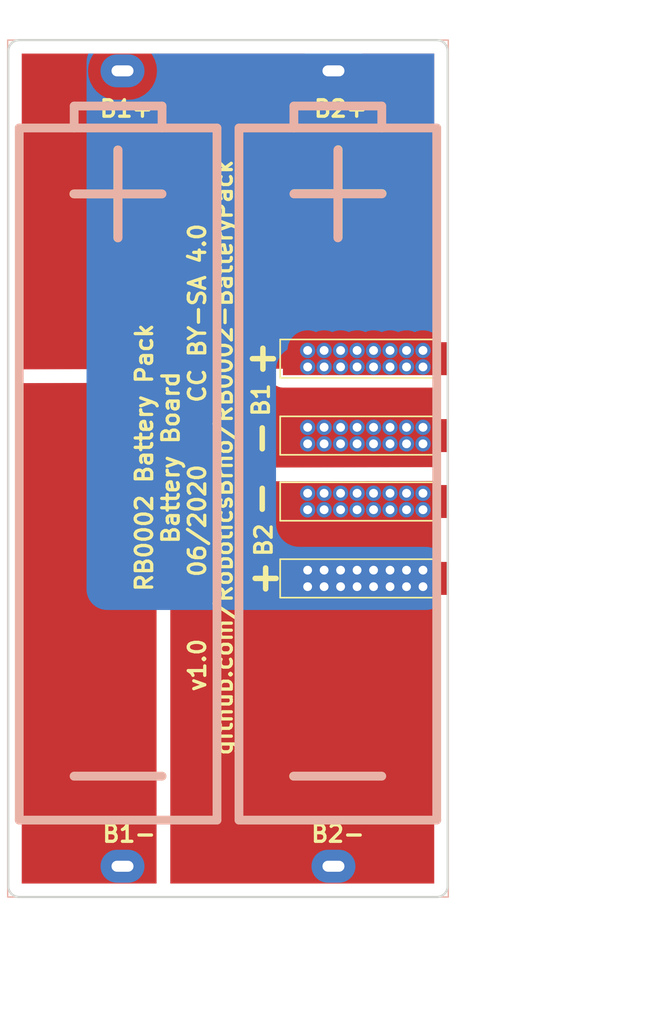
<source format=kicad_pcb>
(kicad_pcb (version 20240108) (generator "pcbnew") (generator_version "8.0")
  (title_block (title "Battery"))
  (layers (0 "F.Cu" signal) (31 "B.Cu" signal) (34 "B.Paste" user) (35 "F.Paste" user) (36 "B.SilkS" user "B.Silkscreen") (37 "F.SilkS" user "F.Silkscreen") (38 "B.Mask" user) (39 "F.Mask" user) (44 "Edge.Cuts" user))
  (net 0 "")
  (net 1 "/BP_B2+")
  (net 2 "/BP_B2-")
  (net 3 "/BP_B1-")
  (net 4 "/BP_B1+")
  (footprint "batteryPack:2mm_Banana-Socket" (layer "F.Cu") (at 158.5 114.5 -90)
    (property "Reference" "J9" (hide yes))
    (property "Value" "B2+")
    (fp_line (start -1.75 15.25) (end 1.75 15.25) (stroke (width 0.15)) (layer "F.SilkS"))
    (fp_line (start 1.75 15.25) (end 1.75 1) (stroke (width 0.15)) (layer "F.SilkS"))
    (fp_line (start -1.75 1) (end -1.75 15.25) (stroke (width 0.15)) (layer "F.SilkS"))
    (pad "1" smd rect (at 0 7.5 270) (size 3 15) (layers "F.Cu" "F.Paste" "F.Mask") (net 1 "/BP_B2+"))
  )
  (footprint "batteryPack:2mm_Banana-Socket" (layer "F.Cu") (at 158.5 94.5 -90)
    (property "Reference" "J10" (hide yes))
    (property "Value" "B1+")
    (fp_line (start -1.75 15.25) (end 1.75 15.25) (stroke (width 0.15)) (layer "F.SilkS"))
    (fp_line (start 1.75 15.25) (end 1.75 1) (stroke (width 0.15)) (layer "F.SilkS"))
    (fp_line (start -1.75 1) (end -1.75 15.25) (stroke (width 0.15)) (layer "F.SilkS"))
    (pad "1" smd rect (at 0 7.5 270) (size 3 15) (layers "F.Cu" "F.Paste" "F.Mask") (net 4 "/BP_B1+"))
  )
  (footprint "batteryPack:2mm_Banana-Socket" (layer "F.Cu") (at 158.5 101.5 -90)
    (property "Reference" "J11" (hide yes))
    (property "Value" "B1-")
    (fp_line (start -1.75 15.25) (end 1.75 15.25) (stroke (width 0.15)) (layer "F.SilkS"))
    (fp_line (start 1.75 15.25) (end 1.75 1) (stroke (width 0.15)) (layer "F.SilkS"))
    (fp_line (start -1.75 1) (end -1.75 15.25) (stroke (width 0.15)) (layer "F.SilkS"))
    (pad "1" smd rect (at 0 7.5 270) (size 3 15) (layers "F.Cu" "F.Paste" "F.Mask") (net 3 "/BP_B1-"))
  )
  (footprint "batteryPack:2mm_Banana-Socket" (layer "F.Cu") (at 158.5 107.5 -90)
    (property "Reference" "J12" (hide yes))
    (property "Value" "B2-")
    (fp_line (start -1.75 15.25) (end 1.75 15.25) (stroke (width 0.15)) (layer "F.SilkS"))
    (fp_line (start 1.75 15.25) (end 1.75 1) (stroke (width 0.15)) (layer "F.SilkS"))
    (fp_line (start -1.75 1) (end -1.75 15.25) (stroke (width 0.15)) (layer "F.SilkS"))
    (pad "1" smd rect (at 0 7.5 270) (size 3 15) (layers "F.Cu" "F.Paste" "F.Mask") (net 2 "/BP_B2-"))
  )
  (footprint "BAT_BK-18650-PC4" (layer "B.Cu") (at 138.5 104.5 -90)
    (property "Reference" "BT1" (hide yes))
    (property "Value" "BK-18650-PC4")
    (fp_line (start -39 20.05) (end 39 20.05) (stroke (width 0.127)) (layer "B.SilkS"))
    (fp_line (start 39 20.05) (end 39 -20.05) (stroke (width 0.127)) (layer "B.SilkS"))
    (fp_line (start -39 -20.05) (end -39 20.05) (stroke (width 0.127)) (layer "B.SilkS"))
    (fp_line (start 39 -20.05) (end -39 -20.05) (stroke (width 0.127)) (layer "B.SilkS"))
    (pad "1" thru_hole oval (at 36.2 9.6 270) (size 3 4) (drill oval 1 2) (layers "*.Cu" "*.Mask") (net 3 "/BP_B1-"))
    (pad "1+" thru_hole oval (at -36.2 9.6 270) (size 3 4) (drill oval 1 2) (layers "*.Cu" "*.Mask") (net 4 "/BP_B1+"))
    (pad "2" thru_hole oval (at 36.2 -9.6 270) (size 3 4) (drill oval 1 2) (layers "*.Cu" "*.Mask") (net 2 "/BP_B2-"))
    (pad "2+" thru_hole oval (at -36.2 -9.6 270) (size 3 4) (drill oval 1 2) (layers "*.Cu" "*.Mask") (net 1 "/BP_B2+"))
  )
  (gr_line (start 157.5 73.5) (end 157.5 136.5) (stroke (width 0.8)) (layer "B.SilkS"))
  (gr_line (start 144.5 79.5) (end 152.5 79.5) (stroke (width 0.8)) (layer "B.SilkS"))
  (gr_line (start 152.5 71.5) (end 152.5 73.5) (stroke (width 0.8)) (layer "B.SilkS"))
  (gr_line (start 148.5 75.5) (end 148.5 83.5) (stroke (width 0.8)) (layer "B.SilkS"))
  (gr_line (start 144.5 71.5) (end 152.5 71.5) (stroke (width 0.8)) (layer "B.SilkS"))
  (gr_line (start 144.5 73.5) (end 144.5 71.5) (stroke (width 0.8)) (layer "B.SilkS"))
  (gr_line (start 139.5 136.5) (end 139.5 73.5) (stroke (width 0.8)) (layer "B.SilkS"))
  (gr_line (start 157.5 136.5) (end 139.5 136.5) (stroke (width 0.8)) (layer "B.SilkS"))
  (gr_line (start 139.5 73.5) (end 157.5 73.5) (stroke (width 0.8)) (layer "B.SilkS"))
  (gr_line (start 144.5 132.5) (end 152.5 132.5) (stroke (width 0.8)) (layer "B.SilkS"))
  (gr_line (start 124.5 79.5) (end 132.5 79.5) (stroke (width 0.8)) (layer "B.SilkS"))
  (gr_line (start 128.5 75.5) (end 128.5 83.5) (stroke (width 0.8)) (layer "B.SilkS"))
  (gr_line (start 119.5 73.5) (end 137.5 73.5) (stroke (width 0.8)) (layer "B.SilkS"))
  (gr_line (start 124.5 71.5) (end 132.5 71.5) (stroke (width 0.8)) (layer "B.SilkS"))
  (gr_line (start 119.5 136.5) (end 119.5 73.5) (stroke (width 0.8)) (layer "B.SilkS"))
  (gr_line (start 137.5 73.5) (end 137.5 136.5) (stroke (width 0.8)) (layer "B.SilkS"))
  (gr_line (start 137.5 136.5) (end 119.5 136.5) (stroke (width 0.8)) (layer "B.SilkS"))
  (gr_line (start 124.5 132.5) (end 132.5 132.5) (stroke (width 0.8)) (layer "B.SilkS"))
  (gr_line (start 132.5 71.5) (end 132.5 73.5) (stroke (width 0.8)) (layer "B.SilkS"))
  (gr_line (start 124.5 73.5) (end 124.5 71.5) (stroke (width 0.8)) (layer "B.SilkS"))
  (gr_line (start 124.475 79.5) (end 132.475 79.5) (stroke (width 0.8)) (layer "F.SilkS"))
  (gr_line (start 128.475 83.5) (end 128.475 75.5) (stroke (width 0.8)) (layer "F.SilkS"))
  (gr_line (start 148.525 83.475) (end 148.525 75.475) (stroke (width 0.8)) (layer "F.SilkS"))
  (gr_line (start 144.525 79.475) (end 152.525 79.475) (stroke (width 0.8)) (layer "F.SilkS"))
  (gr_line (start 144.475 132.5) (end 152.475 132.5) (stroke (width 0.8)) (layer "F.SilkS"))
  (gr_line (start 124.5 132.5) (end 132.5 132.5) (stroke (width 0.8)) (layer "F.SilkS"))
  (gr_arc (start 119.5 143.5) (mid 118.792893 143.207107) (end 118.5 142.5) (stroke (width 0.2)) (layer "Edge.Cuts"))
  (gr_arc (start 118.5 66.5) (mid 118.792893 65.792893) (end 119.5 65.5) (stroke (width 0.2)) (layer "Edge.Cuts"))
  (gr_arc (start 157.5 65.5) (mid 158.207107 65.792893) (end 158.5 66.5) (stroke (width 0.2)) (layer "Edge.Cuts"))
  (gr_line (start 157.5 65.5) (end 119.5 65.5) (stroke (width 0.2)) (layer "Edge.Cuts"))
  (gr_line (start 119.5 143.5) (end 157.5 143.5) (stroke (width 0.2)) (layer "Edge.Cuts"))
  (gr_arc (start 158.5 142.5) (mid 158.207107 143.207107) (end 157.5 143.5) (stroke (width 0.2)) (layer "Edge.Cuts"))
  (gr_line (start 158.5 66.5) (end 158.5 142.5) (stroke (width 0.2)) (layer "Edge.Cuts"))
  (gr_line (start 118.5 66.5) (end 118.5 142.5) (stroke (width 0.2)) (layer "Edge.Cuts"))
  (gr_text "+" (at 141.5 94.5 90) (layer "F.SilkS") (effects (font (size 2.5 2.5) (thickness 0.5))))
  (gr_text "_" (at 140.25 101.75 90) (layer "F.SilkS") (effects (font (size 2.5 2.5) (thickness 0.5))))
  (gr_text "_" (at 140.25 107.25 90) (layer "F.SilkS") (effects (font (size 2.5 2.5) (thickness 0.5))))
  (gr_text "+" (at 141.75 114.5 90) (layer "F.SilkS") (effects (font (size 2.5 2.5) (thickness 0.5))))
  (gr_text "B2" (at 141.75 111 90) (layer "F.SilkS") (effects (font (size 1.5 1.5) (thickness 0.3))))
  (gr_text "B1" (at 141.5 98.25 90) (layer "F.SilkS") (effects (font (size 1.5 1.5) (thickness 0.3))))
  (gr_text "B2+" (at 148.75 71.75 0) (layer "F.SilkS") (effects (font (size 1.5 1.5) (thickness 0.3))))
  (gr_text "B2-" (at 148.5 137.75 0) (layer "F.SilkS") (effects (font (size 1.5 1.5) (thickness 0.3))))
  (gr_text "B1-" (at 129.5 137.75 0) (layer "F.SilkS") (effects (font (size 1.5 1.5) (thickness 0.3))))
  (gr_text "B1+" (at 129.25 71.75 0) (layer "F.SilkS") (effects (font (size 1.5 1.5) (thickness 0.3))))
  (gr_text "RB0002 Battery Pack\nBattery Board\nv1.0     06/2020     CC BY-SA 4.0\ngithub.com/RoboticsBrno/RB0002-BatteryPack" (at 134.5 103.5 90) (layer "F.SilkS") (effects (font (size 1.5 1.5) (thickness 0.3))))
  (via (at 156.25 113.75) (size 1.4) (drill 0.8) (layers "F.Cu" "B.Cu") (net 1))
  (via (at 156.25 115.25) (size 1.4) (drill 0.8) (layers "F.Cu" "B.Cu") (net 1))
  (via (at 153.25 115.25) (size 1.4) (drill 0.8) (layers "F.Cu" "B.Cu") (net 1))
  (via (at 153.25 113.75) (size 1.4) (drill 0.8) (layers "F.Cu" "B.Cu") (net 1))
  (via (at 154.75 113.75) (size 1.4) (drill 0.8) (layers "F.Cu" "B.Cu") (net 1))
  (via (at 154.75 115.25) (size 1.4) (drill 0.8) (layers "F.Cu" "B.Cu") (net 1))
  (via (at 151.75 113.75) (size 1.4) (drill 0.8) (layers "F.Cu" "B.Cu") (net 1))
  (via (at 150.25 113.75) (size 1.4) (drill 0.8) (layers "F.Cu" "B.Cu") (net 1))
  (via (at 151.75 115.25) (size 1.4) (drill 0.8) (layers "F.Cu" "B.Cu") (net 1))
  (via (at 150.25 115.25) (size 1.4) (drill 0.8) (layers "F.Cu" "B.Cu") (net 1))
  (via (at 148.75 115.25) (size 1.4) (drill 0.8) (layers "F.Cu" "B.Cu") (net 1))
  (via (at 148.75 113.75) (size 1.4) (drill 0.8) (layers "F.Cu" "B.Cu") (net 1))
  (via (at 147.25 113.75) (size 1.4) (drill 0.8) (layers "F.Cu" "B.Cu") (net 1))
  (via (at 147.25 115.25) (size 1.4) (drill 0.8) (layers "F.Cu" "B.Cu") (net 1))
  (via (at 145.75 113.75) (size 1.4) (drill 0.8) (layers "F.Cu" "B.Cu") (net 1))
  (via (at 145.75 115.25) (size 1.4) (drill 0.8) (layers "F.Cu" "B.Cu") (net 1))
  (via (at 156.25 106.75) (size 1.4) (drill 0.8) (layers "F.Cu" "B.Cu") (net 2))
  (via (at 156.25 108.25) (size 1.4) (drill 0.8) (layers "F.Cu" "B.Cu") (net 2))
  (via (at 154.75 106.75) (size 1.4) (drill 0.8) (layers "F.Cu" "B.Cu") (net 2))
  (via (at 153.25 106.75) (size 1.4) (drill 0.8) (layers "F.Cu" "B.Cu") (net 2))
  (via (at 154.75 108.25) (size 1.4) (drill 0.8) (layers "F.Cu" "B.Cu") (net 2))
  (via (at 153.25 108.25) (size 1.4) (drill 0.8) (layers "F.Cu" "B.Cu") (net 2))
  (via (at 150.25 106.75) (size 1.4) (drill 0.8) (layers "F.Cu" "B.Cu") (net 2))
  (via (at 150.25 108.25) (size 1.4) (drill 0.8) (layers "F.Cu" "B.Cu") (net 2))
  (via (at 151.75 108.25) (size 1.4) (drill 0.8) (layers "F.Cu" "B.Cu") (net 2))
  (via (at 151.75 106.75) (size 1.4) (drill 0.8) (layers "F.Cu" "B.Cu") (net 2))
  (via (at 147.25 108.25) (size 1.4) (drill 0.8) (layers "F.Cu" "B.Cu") (net 2))
  (via (at 148.75 108.25) (size 1.4) (drill 0.8) (layers "F.Cu" "B.Cu") (net 2))
  (via (at 147.25 106.75) (size 1.4) (drill 0.8) (layers "F.Cu" "B.Cu") (net 2))
  (via (at 148.75 106.75) (size 1.4) (drill 0.8) (layers "F.Cu" "B.Cu") (net 2))
  (via (at 145.75 108.25) (size 1.4) (drill 0.8) (layers "F.Cu" "B.Cu") (net 2))
  (via (at 145.75 106.75) (size 1.4) (drill 0.8) (layers "F.Cu" "B.Cu") (net 2))
  (via (at 156.25 102.25) (size 1.4) (drill 0.8) (layers "F.Cu" "B.Cu") (net 3))
  (via (at 156.25 100.75) (size 1.4) (drill 0.8) (layers "F.Cu" "B.Cu") (net 3))
  (via (at 154.75 102.25) (size 1.4) (drill 0.8) (layers "F.Cu" "B.Cu") (net 3))
  (via (at 153.25 102.25) (size 1.4) (drill 0.8) (layers "F.Cu" "B.Cu") (net 3))
  (via (at 153.25 100.75) (size 1.4) (drill 0.8) (layers "F.Cu" "B.Cu") (net 3))
  (via (at 154.75 100.75) (size 1.4) (drill 0.8) (layers "F.Cu" "B.Cu") (net 3))
  (via (at 151.75 102.25) (size 1.4) (drill 0.8) (layers "F.Cu" "B.Cu") (net 3))
  (via (at 151.75 100.75) (size 1.4) (drill 0.8) (layers "F.Cu" "B.Cu") (net 3))
  (via (at 150.25 100.75) (size 1.4) (drill 0.8) (layers "F.Cu" "B.Cu") (net 3))
  (via (at 150.25 102.25) (size 1.4) (drill 0.8) (layers "F.Cu" "B.Cu") (net 3))
  (via (at 148.75 102.25) (size 1.4) (drill 0.8) (layers "F.Cu" "B.Cu") (net 3))
  (via (at 148.75 100.75) (size 1.4) (drill 0.8) (layers "F.Cu" "B.Cu") (net 3))
  (via (at 147.25 100.75) (size 1.4) (drill 0.8) (layers "F.Cu" "B.Cu") (net 3))
  (via (at 147.25 102.25) (size 1.4) (drill 0.8) (layers "F.Cu" "B.Cu") (net 3))
  (via (at 145.75 102.25) (size 1.4) (drill 0.8) (layers "F.Cu" "B.Cu") (net 3))
  (via (at 145.75 100.75) (size 1.4) (drill 0.8) (layers "F.Cu" "B.Cu") (net 3))
  (via (at 156.25 93.75) (size 1.4) (drill 0.8) (layers "F.Cu" "B.Cu") (net 4))
  (via (at 156.25 95.25) (size 1.4) (drill 0.8) (layers "F.Cu" "B.Cu") (net 4))
  (via (at 154.75 93.75) (size 1.4) (drill 0.8) (layers "F.Cu" "B.Cu") (net 4))
  (via (at 154.75 95.25) (size 1.4) (drill 0.8) (layers "F.Cu" "B.Cu") (net 4))
  (via (at 153.25 95.25) (size 1.4) (drill 0.8) (layers "F.Cu" "B.Cu") (net 4))
  (via (at 153.25 93.75) (size 1.4) (drill 0.8) (layers "F.Cu" "B.Cu") (net 4))
  (via (at 151.75 95.25) (size 1.4) (drill 0.8) (layers "F.Cu" "B.Cu") (net 4))
  (via (at 151.75 93.75) (size 1.4) (drill 0.8) (layers "F.Cu" "B.Cu") (net 4))
  (via (at 150.25 93.75) (size 1.4) (drill 0.8) (layers "F.Cu" "B.Cu") (net 4))
  (via (at 150.25 95.25) (size 1.4) (drill 0.8) (layers "F.Cu" "B.Cu") (net 4))
  (via (at 148.75 93.75) (size 1.4) (drill 0.8) (layers "F.Cu" "B.Cu") (net 4))
  (via (at 148.75 95.25) (size 1.4) (drill 0.8) (layers "F.Cu" "B.Cu") (net 4))
  (via (at 147.25 93.75) (size 1.4) (drill 0.8) (layers "F.Cu" "B.Cu") (net 4))
  (via (at 147.25 95.25) (size 1.4) (drill 0.8) (layers "F.Cu" "B.Cu") (net 4))
  (via (at 145.75 95.25) (size 1.4) (drill 0.8) (layers "F.Cu" "B.Cu") (net 4))
  (via (at 145.75 93.75) (size 1.4) (drill 0.8) (layers "F.Cu" "B.Cu") (net 4))
  (zone (net 2) (net_name "/BP_B2-") (layer "F.Cu") (priority 3) (connect_pads yes (clearance 1)) (min_thickness 0.254) (fill yes (thermal_gap 0.508) (thermal_bridge_width 1) (smoothing fillet))
    (polygon (pts (xy 158.5 143.5) (xy 158.5 105.5) (xy 133.125 105.55) (xy 133.125 143.55)))
  )
  (zone (net 3) (net_name "/BP_B1-") (layer "F.Cu") (priority 2) (connect_pads yes (clearance 1)) (min_thickness 0.254) (fill yes (thermal_gap 0.508) (thermal_bridge_width 1) (smoothing fillet))
    (polygon (pts (xy 118.775 96.6) (xy 158.5 96.5) (xy 158.5 143.5) (xy 118.775 143.6)))
  )
  (zone (net 4) (net_name "/BP_B1+") (layer "F.Cu") (priority 1) (connect_pads yes (clearance 1)) (min_thickness 0.254) (fill yes (thermal_gap 0.508) (thermal_bridge_width 1) (smoothing fillet) (radius 1))
    (polygon (pts (xy 158.5 96.5) (xy 119.4 96.875) (xy 119.4 65.875) (xy 158.5 65.5)))
  )
  (zone (net 1) (net_name "/BP_B2+") (layer "B.Cu") (priority 3) (connect_pads yes (clearance 1)) (min_thickness 0.254) (fill yes (thermal_gap 0.508) (thermal_bridge_width 1) (smoothing fillet) (radius 2))
    (polygon (pts (xy 125.5 65.5) (xy 125.5 117.5) (xy 158.5 117.5) (xy 158.5 111.5) (xy 143 111.5) (xy 143 93.5) (xy 158.5 93.5) (xy 158.5 65.5)))
  )
)
</source>
